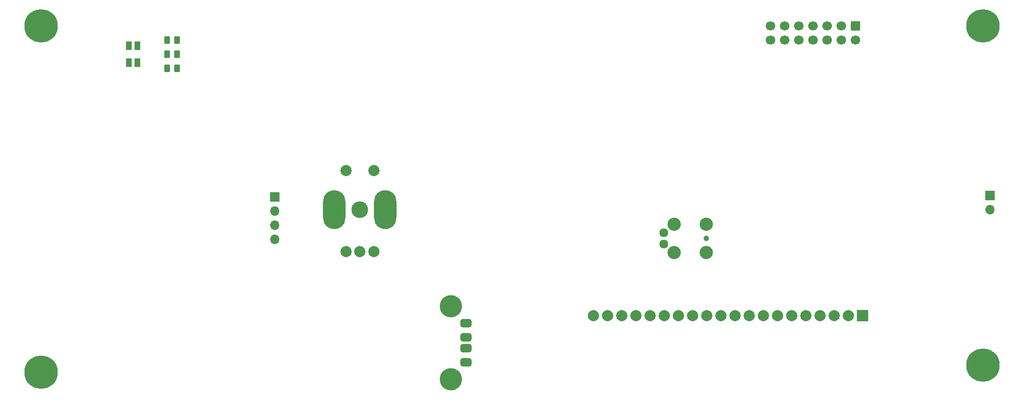
<source format=gbr>
%TF.GenerationSoftware,KiCad,Pcbnew,(6.0.7-1)-1*%
%TF.CreationDate,2022-12-08T22:36:41-08:00*%
%TF.ProjectId,Control,436f6e74-726f-46c2-9e6b-696361645f70,1.1*%
%TF.SameCoordinates,Original*%
%TF.FileFunction,Soldermask,Bot*%
%TF.FilePolarity,Negative*%
%FSLAX46Y46*%
G04 Gerber Fmt 4.6, Leading zero omitted, Abs format (unit mm)*
G04 Created by KiCad (PCBNEW (6.0.7-1)-1) date 2022-12-08 22:36:41*
%MOMM*%
%LPD*%
G01*
G04 APERTURE LIST*
G04 Aperture macros list*
%AMRoundRect*
0 Rectangle with rounded corners*
0 $1 Rounding radius*
0 $2 $3 $4 $5 $6 $7 $8 $9 X,Y pos of 4 corners*
0 Add a 4 corners polygon primitive as box body*
4,1,4,$2,$3,$4,$5,$6,$7,$8,$9,$2,$3,0*
0 Add four circle primitives for the rounded corners*
1,1,$1+$1,$2,$3*
1,1,$1+$1,$4,$5*
1,1,$1+$1,$6,$7*
1,1,$1+$1,$8,$9*
0 Add four rect primitives between the rounded corners*
20,1,$1+$1,$2,$3,$4,$5,0*
20,1,$1+$1,$4,$5,$6,$7,0*
20,1,$1+$1,$6,$7,$8,$9,0*
20,1,$1+$1,$8,$9,$2,$3,0*%
G04 Aperture macros list end*
%ADD10C,2.374900*%
%ADD11C,0.990600*%
%ADD12C,1.612900*%
%ADD13RoundRect,0.250000X-0.600000X0.600000X-0.600000X-0.600000X0.600000X-0.600000X0.600000X0.600000X0*%
%ADD14C,1.700000*%
%ADD15R,1.700000X1.700000*%
%ADD16O,1.700000X1.700000*%
%ADD17RoundRect,0.375000X-0.625000X0.375000X-0.625000X-0.375000X0.625000X-0.375000X0.625000X0.375000X0*%
%ADD18C,4.000000*%
%ADD19C,0.800000*%
%ADD20C,6.000000*%
%ADD21RoundRect,0.250000X-0.262500X-0.450000X0.262500X-0.450000X0.262500X0.450000X-0.262500X0.450000X0*%
%ADD22O,4.000000X7.000000*%
%ADD23C,3.000000*%
%ADD24C,2.000000*%
%ADD25R,1.100000X1.500000*%
%ADD26R,2.000000X2.000000*%
G04 APERTURE END LIST*
D10*
%TO.C,ISP1*%
X173225351Y-104241351D03*
X173225351Y-109321351D03*
D11*
X178940351Y-106781351D03*
D10*
X178940351Y-104241351D03*
X178940351Y-109321351D03*
D12*
X171320351Y-105765351D03*
X171320351Y-107797351D03*
%TD*%
D13*
%TO.C,MCU1*%
X205740000Y-68580000D03*
D14*
X205740000Y-71120000D03*
X203200000Y-68580000D03*
X203200000Y-71120000D03*
X200660000Y-68580000D03*
X200660000Y-71120000D03*
X198120000Y-68580000D03*
X198120000Y-71120000D03*
X195580000Y-68580000D03*
X195580000Y-71120000D03*
X193040000Y-68580000D03*
X193040000Y-71120000D03*
X190500000Y-68580000D03*
X190500000Y-71120000D03*
%TD*%
D15*
%TO.C,SW2*%
X229870000Y-99060000D03*
D16*
X229870000Y-101600000D03*
%TD*%
D17*
%TO.C,USB1*%
X135844000Y-122013000D03*
X135844000Y-124513000D03*
X135844000Y-126513000D03*
X135844000Y-129013000D03*
D18*
X133134000Y-132083000D03*
X133134000Y-118943000D03*
%TD*%
D19*
%TO.C,H1*%
X61940000Y-68580000D03*
X59690000Y-66330000D03*
X61280990Y-70170990D03*
X58099010Y-70170990D03*
X61280990Y-66989010D03*
D20*
X59690000Y-68580000D03*
D19*
X59690000Y-70830000D03*
X58099010Y-66989010D03*
X57440000Y-68580000D03*
%TD*%
%TO.C,H2*%
X227009010Y-70170990D03*
X230190990Y-66989010D03*
X230850000Y-68580000D03*
X228600000Y-70830000D03*
D20*
X228600000Y-68580000D03*
D19*
X227009010Y-66989010D03*
X230190990Y-70170990D03*
X226350000Y-68580000D03*
X228600000Y-66330000D03*
%TD*%
%TO.C,H3*%
X61280990Y-132400990D03*
X61940000Y-130810000D03*
X59690000Y-133060000D03*
X57440000Y-130810000D03*
X59690000Y-128560000D03*
X58099010Y-129219010D03*
X58099010Y-132400990D03*
X61280990Y-129219010D03*
D20*
X59690000Y-130810000D03*
%TD*%
D19*
%TO.C,H4*%
X230850000Y-129540000D03*
X228600000Y-127290000D03*
X230190990Y-127949010D03*
X230190990Y-131130990D03*
D20*
X228600000Y-129540000D03*
D19*
X227009010Y-127949010D03*
X228600000Y-131790000D03*
X227009010Y-131130990D03*
X226350000Y-129540000D03*
%TD*%
D15*
%TO.C,SW3*%
X101600000Y-99324000D03*
D16*
X101600000Y-101864000D03*
X101600000Y-104404000D03*
X101600000Y-106944000D03*
%TD*%
D21*
%TO.C,R8*%
X82272500Y-73660000D03*
X84097500Y-73660000D03*
%TD*%
%TO.C,R9*%
X82272500Y-76200000D03*
X84097500Y-76200000D03*
%TD*%
%TO.C,R10*%
X82272500Y-71120000D03*
X84097500Y-71120000D03*
%TD*%
D22*
%TO.C,SW1*%
X121390000Y-101600000D03*
D23*
X116840000Y-101600000D03*
D22*
X112290000Y-101600000D03*
D24*
X119340000Y-109100000D03*
X114340000Y-109100000D03*
X116840000Y-109100000D03*
X119340000Y-94600000D03*
X114340000Y-94600000D03*
%TD*%
D25*
%TO.C,D1*%
X75450000Y-72160000D03*
X75450000Y-75160000D03*
X76950000Y-75160000D03*
X76950000Y-72160000D03*
%TD*%
D26*
%TO.C,DISP1*%
X207010000Y-120650000D03*
D24*
X204470000Y-120650000D03*
X201930000Y-120650000D03*
X199390000Y-120650000D03*
X196850000Y-120650000D03*
X194310000Y-120650000D03*
X191770000Y-120650000D03*
X189230000Y-120650000D03*
X186690000Y-120650000D03*
X184150000Y-120650000D03*
X181610000Y-120650000D03*
X179070000Y-120650000D03*
X176530000Y-120650000D03*
X173990000Y-120650000D03*
X171450000Y-120650000D03*
X168910000Y-120650000D03*
X166370000Y-120650000D03*
X163830000Y-120650000D03*
X161290000Y-120650000D03*
X158750000Y-120650000D03*
%TD*%
M02*

</source>
